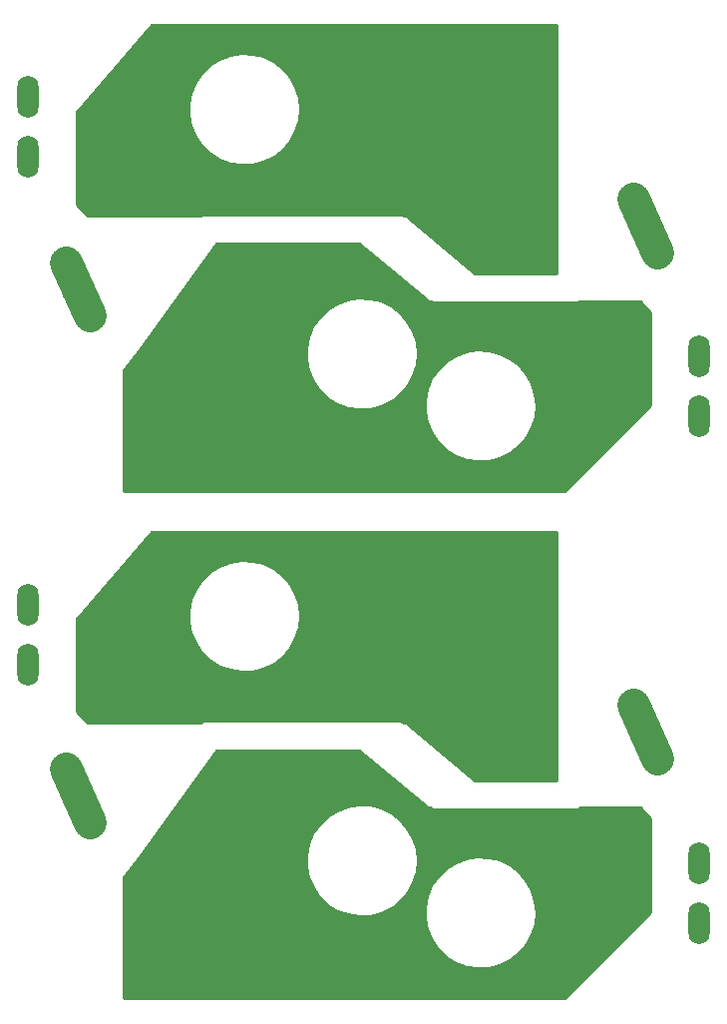
<source format=gbr>
G04 #@! TF.GenerationSoftware,KiCad,Pcbnew,(5.0.0)*
G04 #@! TF.CreationDate,2018-10-11T14:10:44+03:00*
G04 #@! TF.ProjectId,dviguba_plokste,647669677562615F706C6F6B7374652E,rev?*
G04 #@! TF.SameCoordinates,Original*
G04 #@! TF.FileFunction,Copper,L2,Bot,Signal*
G04 #@! TF.FilePolarity,Positive*
%FSLAX46Y46*%
G04 Gerber Fmt 4.6, Leading zero omitted, Abs format (unit mm)*
G04 Created by KiCad (PCBNEW (5.0.0)) date 10/11/18 14:10:44*
%MOMM*%
%LPD*%
G01*
G04 APERTURE LIST*
G04 #@! TA.AperFunction,ComponentPad*
%ADD10C,2.800000*%
G04 #@! TD*
G04 #@! TA.AperFunction,Conductor*
%ADD11C,2.800000*%
G04 #@! TD*
G04 #@! TA.AperFunction,ComponentPad*
%ADD12C,1.998980*%
G04 #@! TD*
G04 #@! TA.AperFunction,ComponentPad*
%ADD13O,1.800000X3.600000*%
G04 #@! TD*
G04 #@! TA.AperFunction,ComponentPad*
%ADD14O,3.600000X1.800000*%
G04 #@! TD*
G04 #@! TA.AperFunction,Conductor*
%ADD15C,0.254000*%
G04 #@! TD*
G04 APERTURE END LIST*
D10*
G04 #@! TO.P,V2,3*
G04 #@! TO.N,Net-(D2-Pad2)*
X129684811Y-72654296D03*
D11*
G04 #@! TD*
G04 #@! TO.N,Net-(D2-Pad2)*
G04 #@! TO.C,V2*
X132639234Y-72133351D02*
X126730388Y-73175241D01*
D10*
G04 #@! TO.P,V2,1*
G04 #@! TO.N,Net-(D1-Pad2)*
X123216375Y-62968774D03*
D11*
G04 #@! TD*
G04 #@! TO.N,Net-(D1-Pad2)*
G04 #@! TO.C,V2*
X124850292Y-60452762D02*
X121582458Y-65484786D01*
D10*
G04 #@! TO.P,V2,2*
G04 #@! TO.N,Net-(D2-Pad1)*
X134430862Y-63693548D03*
D11*
G04 #@! TD*
G04 #@! TO.N,Net-(D2-Pad1)*
G04 #@! TO.C,V2*
X135447704Y-65977412D02*
X133414020Y-61409684D01*
D12*
G04 #@! TO.P,REF\002A\002A,1*
G04 #@! TO.N,Net-(D4-Pad2)*
X106000000Y-123000000D03*
G04 #@! TD*
G04 #@! TO.P,REF\002A\002A,1*
G04 #@! TO.N,Net-(D2-Pad2)*
X106000000Y-80000000D03*
G04 #@! TD*
G04 #@! TO.P,REF\002A\002A,1*
G04 #@! TO.N,Net-(D2-Pad2)*
X104000000Y-72000000D03*
G04 #@! TD*
G04 #@! TO.P,REF\002A\002A,1*
G04 #@! TO.N,Net-(D2-Pad2)*
X102000000Y-69000000D03*
G04 #@! TD*
G04 #@! TO.P,REF\002A\002A,1*
G04 #@! TO.N,Net-(D2-Pad2)*
X100000000Y-73000000D03*
G04 #@! TD*
G04 #@! TO.P,REF\002A\002A,1*
G04 #@! TO.N,Net-(D4-Pad2)*
X104000000Y-115000000D03*
G04 #@! TD*
G04 #@! TO.P,REF\002A\002A,1*
G04 #@! TO.N,Net-(D4-Pad2)*
X102000000Y-112000000D03*
G04 #@! TD*
G04 #@! TO.P,REF\002A\002A,1*
G04 #@! TO.N,Net-(D4-Pad2)*
X100000000Y-116000000D03*
G04 #@! TD*
G04 #@! TO.P,REF\002A\002A,1*
G04 #@! TO.N,Net-(D1-Pad2)*
X117000000Y-60000000D03*
G04 #@! TD*
G04 #@! TO.P,REF\002A\002A,1*
G04 #@! TO.N,Net-(D1-Pad2)*
X121000000Y-60000000D03*
G04 #@! TD*
G04 #@! TO.P,REF\002A\002A,1*
G04 #@! TO.N,Net-(D1-Pad2)*
X118000000Y-64000000D03*
G04 #@! TD*
G04 #@! TO.P,REF\002A\002A,1*
G04 #@! TO.N,Net-(D3-Pad2)*
X121000000Y-103000000D03*
G04 #@! TD*
G04 #@! TO.P,REF\002A\002A,1*
G04 #@! TO.N,Net-(D3-Pad2)*
X118000000Y-107000000D03*
G04 #@! TD*
G04 #@! TO.P,REF\002A\002A,1*
G04 #@! TO.N,Net-(D3-Pad2)*
X117000000Y-103000000D03*
G04 #@! TD*
G04 #@! TO.P,REF\002A\002A,1*
G04 #@! TO.N,Net-(D4-Pad2)*
X106000000Y-111000000D03*
G04 #@! TD*
G04 #@! TO.P,REF\002A\002A,1*
G04 #@! TO.N,Net-(D4-Pad2)*
X117000000Y-116000000D03*
G04 #@! TD*
G04 #@! TO.P,REF\002A\002A,1*
G04 #@! TO.N,Net-(D4-Pad2)*
X126000000Y-127000000D03*
G04 #@! TD*
G04 #@! TO.P,REF\002A\002A,1*
G04 #@! TO.N,Net-(D4-Pad2)*
X112000000Y-124000000D03*
G04 #@! TD*
G04 #@! TO.P,REF\002A\002A,1*
G04 #@! TO.N,Net-(D4-Pad2)*
X115000000Y-127000000D03*
G04 #@! TD*
G04 #@! TO.P,REF\002A\002A,1*
G04 #@! TO.N,Net-(D4-Pad2)*
X108000000Y-127000000D03*
G04 #@! TD*
G04 #@! TO.P,REF\002A\002A,1*
G04 #@! TO.N,Net-(D2-Pad2)*
X126000000Y-84000000D03*
G04 #@! TD*
G04 #@! TO.P,REF\002A\002A,1*
G04 #@! TO.N,Net-(D2-Pad2)*
X117000000Y-73000000D03*
G04 #@! TD*
G04 #@! TO.P,REF\002A\002A,1*
G04 #@! TO.N,Net-(D2-Pad2)*
X112000000Y-81000000D03*
G04 #@! TD*
G04 #@! TO.P,REF\002A\002A,1*
G04 #@! TO.N,Net-(D2-Pad2)*
X115000000Y-84000000D03*
G04 #@! TD*
G04 #@! TO.P,REF\002A\002A,1*
G04 #@! TO.N,Net-(D2-Pad2)*
X108000000Y-84000000D03*
G04 #@! TD*
G04 #@! TO.P,REF\002A\002A,1*
G04 #@! TO.N,Net-(D2-Pad2)*
X106000000Y-68000000D03*
G04 #@! TD*
G04 #@! TO.P,REF\002A\002A,1*
G04 #@! TO.N,Net-(D3-Pad2)*
X98000000Y-103000000D03*
G04 #@! TD*
G04 #@! TO.P,REF\002A\002A,1*
G04 #@! TO.N,Net-(D3-Pad2)*
X110000000Y-99000000D03*
G04 #@! TD*
G04 #@! TO.P,REF\002A\002A,1*
G04 #@! TO.N,Net-(D3-Pad2)*
X106000000Y-99000000D03*
G04 #@! TD*
G04 #@! TO.P,REF\002A\002A,1*
G04 #@! TO.N,Net-(D3-Pad2)*
X108000000Y-96000000D03*
G04 #@! TD*
G04 #@! TO.P,REF\002A\002A,1*
G04 #@! TO.N,Net-(D3-Pad2)*
X110000000Y-92000000D03*
G04 #@! TD*
G04 #@! TO.P,REF\002A\002A,1*
G04 #@! TO.N,Net-(D3-Pad2)*
X105000000Y-92000000D03*
G04 #@! TD*
G04 #@! TO.P,REF\002A\002A,1*
G04 #@! TO.N,Net-(D3-Pad2)*
X96000000Y-92000000D03*
G04 #@! TD*
G04 #@! TO.P,REF\002A\002A,1*
G04 #@! TO.N,Net-(D1-Pad2)*
X98000000Y-60000000D03*
G04 #@! TD*
G04 #@! TO.P,REF\002A\002A,1*
G04 #@! TO.N,Net-(D1-Pad2)*
X96000000Y-49000000D03*
G04 #@! TD*
G04 #@! TO.P,REF\002A\002A,1*
G04 #@! TO.N,Net-(D1-Pad2)*
X110000000Y-56000000D03*
G04 #@! TD*
G04 #@! TO.P,REF\002A\002A,1*
G04 #@! TO.N,Net-(D1-Pad2)*
X106000000Y-56000000D03*
G04 #@! TD*
G04 #@! TO.P,REF\002A\002A,1*
G04 #@! TO.N,Net-(D1-Pad2)*
X108000000Y-53000000D03*
G04 #@! TD*
G04 #@! TO.P,REF\002A\002A,1*
G04 #@! TO.N,Net-(D1-Pad2)*
X110000000Y-49000000D03*
G04 #@! TD*
G04 #@! TO.P,REF\002A\002A,1*
G04 #@! TO.N,Net-(D1-Pad2)*
X105000000Y-49000000D03*
G04 #@! TD*
D10*
G04 #@! TO.P,X1,1*
G04 #@! TO.N,Net-(D4-Pad2)*
X93000000Y-120000000D03*
X98000000Y-120000000D03*
X103000000Y-120000000D03*
X93000000Y-127100000D03*
X98000000Y-127100000D03*
X103000000Y-127100000D03*
G04 #@! TD*
G04 #@! TO.P,X2,1*
G04 #@! TO.N,Net-(D3-Pad2)*
X114000000Y-91900000D03*
X119000000Y-91900000D03*
X124000000Y-91900000D03*
X114000000Y-99000000D03*
X119000000Y-99000000D03*
X124000000Y-99000000D03*
G04 #@! TD*
G04 #@! TO.P,X4,1*
G04 #@! TO.N,Net-(D2-Pad2)*
X93100000Y-76700000D03*
X98100000Y-76700000D03*
X103100000Y-76700000D03*
X93100000Y-83800000D03*
X98100000Y-83800000D03*
X103100000Y-83800000D03*
G04 #@! TD*
G04 #@! TO.P,X5,1*
G04 #@! TO.N,Net-(D1-Pad2)*
X114000000Y-48900000D03*
X119000000Y-48900000D03*
X124000000Y-48900000D03*
X114000000Y-56000000D03*
X119000000Y-56000000D03*
X124000000Y-56000000D03*
G04 #@! TD*
G04 #@! TO.P,V1,3*
G04 #@! TO.N,Net-(D1-Pad2)*
X91015189Y-60145704D03*
D11*
G04 #@! TD*
G04 #@! TO.N,Net-(D1-Pad2)*
G04 #@! TO.C,V1*
X88060766Y-60666649D02*
X93969612Y-59624759D01*
D10*
G04 #@! TO.P,V1,1*
G04 #@! TO.N,Net-(D2-Pad2)*
X97483625Y-69831226D03*
D11*
G04 #@! TD*
G04 #@! TO.N,Net-(D2-Pad2)*
G04 #@! TO.C,V1*
X95849708Y-72347238D02*
X99117542Y-67315214D01*
D10*
G04 #@! TO.P,V1,2*
G04 #@! TO.N,Net-(D1-Pad1)*
X86269138Y-69106452D03*
D11*
G04 #@! TD*
G04 #@! TO.N,Net-(D1-Pad1)*
G04 #@! TO.C,V1*
X85252296Y-66822588D02*
X87285980Y-71390316D01*
D10*
G04 #@! TO.P,V3,2*
G04 #@! TO.N,Net-(D3-Pad1)*
X86269138Y-112106452D03*
D11*
G04 #@! TD*
G04 #@! TO.N,Net-(D3-Pad1)*
G04 #@! TO.C,V3*
X85252296Y-109822588D02*
X87285980Y-114390316D01*
D10*
G04 #@! TO.P,V3,1*
G04 #@! TO.N,Net-(D4-Pad2)*
X97483625Y-112831226D03*
D11*
G04 #@! TD*
G04 #@! TO.N,Net-(D4-Pad2)*
G04 #@! TO.C,V3*
X95849708Y-115347238D02*
X99117542Y-110315214D01*
D10*
G04 #@! TO.P,V3,3*
G04 #@! TO.N,Net-(D3-Pad2)*
X91015189Y-103145704D03*
D11*
G04 #@! TD*
G04 #@! TO.N,Net-(D3-Pad2)*
G04 #@! TO.C,V3*
X88060766Y-103666649D02*
X93969612Y-102624759D01*
D10*
G04 #@! TO.P,V4,2*
G04 #@! TO.N,Net-(D4-Pad1)*
X134430862Y-106693548D03*
D11*
G04 #@! TD*
G04 #@! TO.N,Net-(D4-Pad1)*
G04 #@! TO.C,V4*
X135447704Y-108977412D02*
X133414020Y-104409684D01*
D10*
G04 #@! TO.P,V4,1*
G04 #@! TO.N,Net-(D3-Pad2)*
X123216375Y-105968774D03*
D11*
G04 #@! TD*
G04 #@! TO.N,Net-(D3-Pad2)*
G04 #@! TO.C,V4*
X124850292Y-103452762D02*
X121582458Y-108484786D01*
D10*
G04 #@! TO.P,V4,3*
G04 #@! TO.N,Net-(D4-Pad2)*
X129684811Y-115654296D03*
D11*
G04 #@! TD*
G04 #@! TO.N,Net-(D4-Pad2)*
G04 #@! TO.C,V4*
X132639234Y-115133351D02*
X126730388Y-116175241D01*
D13*
G04 #@! TO.P,X7,1*
G04 #@! TO.N,/CTRL3B*
X139000000Y-122940000D03*
X139000000Y-117860000D03*
G04 #@! TD*
D14*
G04 #@! TO.P,X12,1*
G04 #@! TO.N,Net-(D3-Pad2)*
X110000000Y-102800000D03*
X104920000Y-102800000D03*
G04 #@! TD*
D13*
G04 #@! TO.P,X14,1*
G04 #@! TO.N,/CTRL1B*
X139000000Y-74860000D03*
X139000000Y-79940000D03*
G04 #@! TD*
D14*
G04 #@! TO.P,X26,1*
G04 #@! TO.N,Net-(D1-Pad2)*
X104920000Y-59800000D03*
X110000000Y-59800000D03*
G04 #@! TD*
D13*
G04 #@! TO.P,X17,1*
G04 #@! TO.N,/CTRL1A*
X82000000Y-52800000D03*
X82000000Y-57880000D03*
G04 #@! TD*
G04 #@! TO.P,X9,1*
G04 #@! TO.N,/CTRL3A*
X82000000Y-95920000D03*
X82000000Y-101000000D03*
G04 #@! TD*
D15*
G04 #@! TO.N,Net-(D1-Pad2)*
G36*
X126873000Y-67765000D02*
X119916380Y-67765000D01*
X114081303Y-62902436D01*
X114037778Y-62878749D01*
X114000000Y-62873000D01*
X113884592Y-62873000D01*
X113786783Y-62807646D01*
X113572388Y-62765000D01*
X113500000Y-62750601D01*
X113427612Y-62765000D01*
X97072388Y-62765000D01*
X97000000Y-62750601D01*
X96927612Y-62765000D01*
X96713217Y-62807646D01*
X96615408Y-62873000D01*
X87052606Y-62873000D01*
X86127000Y-61947394D01*
X86127000Y-54047718D01*
X86714759Y-53375993D01*
X95627694Y-53375993D01*
X95631048Y-54337033D01*
X95827578Y-55277769D01*
X96209256Y-56159773D01*
X96760489Y-56947015D01*
X97458760Y-57607337D01*
X98275545Y-58113766D01*
X99177480Y-58445613D01*
X100127719Y-58589323D01*
X101087448Y-58539026D01*
X102017460Y-58296776D01*
X102879766Y-57872469D01*
X103639141Y-57283437D01*
X104264564Y-56553743D01*
X104730489Y-55713194D01*
X105017880Y-54796126D01*
X105115000Y-53840000D01*
X105114884Y-53806804D01*
X105011092Y-52851380D01*
X104717305Y-51936340D01*
X104245524Y-51099064D01*
X103615021Y-50373754D01*
X102851553Y-49790038D01*
X101986306Y-49371762D01*
X101054625Y-49136010D01*
X100094569Y-49092414D01*
X99145355Y-49242755D01*
X98245760Y-49580891D01*
X97432530Y-50093009D01*
X96738885Y-50758190D01*
X96193162Y-51549261D01*
X95817651Y-52433908D01*
X95627694Y-53375993D01*
X86714759Y-53375993D01*
X92525628Y-46735000D01*
X126873000Y-46735000D01*
X126873000Y-67765000D01*
X126873000Y-67765000D01*
G37*
X126873000Y-67765000D02*
X119916380Y-67765000D01*
X114081303Y-62902436D01*
X114037778Y-62878749D01*
X114000000Y-62873000D01*
X113884592Y-62873000D01*
X113786783Y-62807646D01*
X113572388Y-62765000D01*
X113500000Y-62750601D01*
X113427612Y-62765000D01*
X97072388Y-62765000D01*
X97000000Y-62750601D01*
X96927612Y-62765000D01*
X96713217Y-62807646D01*
X96615408Y-62873000D01*
X87052606Y-62873000D01*
X86127000Y-61947394D01*
X86127000Y-54047718D01*
X86714759Y-53375993D01*
X95627694Y-53375993D01*
X95631048Y-54337033D01*
X95827578Y-55277769D01*
X96209256Y-56159773D01*
X96760489Y-56947015D01*
X97458760Y-57607337D01*
X98275545Y-58113766D01*
X99177480Y-58445613D01*
X100127719Y-58589323D01*
X101087448Y-58539026D01*
X102017460Y-58296776D01*
X102879766Y-57872469D01*
X103639141Y-57283437D01*
X104264564Y-56553743D01*
X104730489Y-55713194D01*
X105017880Y-54796126D01*
X105115000Y-53840000D01*
X105114884Y-53806804D01*
X105011092Y-52851380D01*
X104717305Y-51936340D01*
X104245524Y-51099064D01*
X103615021Y-50373754D01*
X102851553Y-49790038D01*
X101986306Y-49371762D01*
X101054625Y-49136010D01*
X100094569Y-49092414D01*
X99145355Y-49242755D01*
X98245760Y-49580891D01*
X97432530Y-50093009D01*
X96738885Y-50758190D01*
X96193162Y-51549261D01*
X95817651Y-52433908D01*
X95627694Y-53375993D01*
X86714759Y-53375993D01*
X92525628Y-46735000D01*
X126873000Y-46735000D01*
X126873000Y-67765000D01*
G04 #@! TO.N,Net-(D2-Pad2)*
G36*
X115918697Y-70097564D02*
X115962222Y-70121251D01*
X116000000Y-70127000D01*
X116115408Y-70127000D01*
X116213217Y-70192354D01*
X116500000Y-70249399D01*
X116572388Y-70235000D01*
X128427612Y-70235000D01*
X128500000Y-70249399D01*
X128572388Y-70235000D01*
X128786783Y-70192354D01*
X128884592Y-70127000D01*
X133947394Y-70127000D01*
X134873000Y-71052606D01*
X134873000Y-78947394D01*
X127555394Y-86265000D01*
X90127000Y-86265000D01*
X90127000Y-76041298D01*
X91527221Y-74115993D01*
X105597694Y-74115993D01*
X105601048Y-75077033D01*
X105797578Y-76017769D01*
X106179256Y-76899773D01*
X106730489Y-77687015D01*
X107428760Y-78347337D01*
X108245545Y-78853766D01*
X109147480Y-79185613D01*
X110097719Y-79329323D01*
X111057448Y-79279026D01*
X111987460Y-79036776D01*
X112849766Y-78612469D01*
X112948358Y-78535993D01*
X115667694Y-78535993D01*
X115671048Y-79497033D01*
X115867578Y-80437769D01*
X116249256Y-81319773D01*
X116800489Y-82107015D01*
X117498760Y-82767337D01*
X118315545Y-83273766D01*
X119217480Y-83605613D01*
X120167719Y-83749323D01*
X121127448Y-83699026D01*
X122057460Y-83456776D01*
X122919766Y-83032469D01*
X123679141Y-82443437D01*
X124304564Y-81713743D01*
X124770489Y-80873194D01*
X125057880Y-79956126D01*
X125155000Y-79000000D01*
X125154884Y-78966804D01*
X125051092Y-78011380D01*
X124757305Y-77096340D01*
X124285524Y-76259064D01*
X123655021Y-75533754D01*
X122891553Y-74950038D01*
X122026306Y-74531762D01*
X121094625Y-74296010D01*
X120134569Y-74252414D01*
X119185355Y-74402755D01*
X118285760Y-74740891D01*
X117472530Y-75253009D01*
X116778885Y-75918190D01*
X116233162Y-76709261D01*
X115857651Y-77593908D01*
X115667694Y-78535993D01*
X112948358Y-78535993D01*
X113609141Y-78023437D01*
X114234564Y-77293743D01*
X114700489Y-76453194D01*
X114987880Y-75536126D01*
X115085000Y-74580000D01*
X115084884Y-74546804D01*
X114981092Y-73591380D01*
X114687305Y-72676340D01*
X114215524Y-71839064D01*
X113585021Y-71113754D01*
X112821553Y-70530038D01*
X111956306Y-70111762D01*
X111024625Y-69876010D01*
X110064569Y-69832414D01*
X109115355Y-69982755D01*
X108215760Y-70320891D01*
X107402530Y-70833009D01*
X106708885Y-71498190D01*
X106163162Y-72289261D01*
X105787651Y-73173908D01*
X105597694Y-74115993D01*
X91527221Y-74115993D01*
X97986126Y-65235000D01*
X110083620Y-65235000D01*
X115918697Y-70097564D01*
X115918697Y-70097564D01*
G37*
X115918697Y-70097564D02*
X115962222Y-70121251D01*
X116000000Y-70127000D01*
X116115408Y-70127000D01*
X116213217Y-70192354D01*
X116500000Y-70249399D01*
X116572388Y-70235000D01*
X128427612Y-70235000D01*
X128500000Y-70249399D01*
X128572388Y-70235000D01*
X128786783Y-70192354D01*
X128884592Y-70127000D01*
X133947394Y-70127000D01*
X134873000Y-71052606D01*
X134873000Y-78947394D01*
X127555394Y-86265000D01*
X90127000Y-86265000D01*
X90127000Y-76041298D01*
X91527221Y-74115993D01*
X105597694Y-74115993D01*
X105601048Y-75077033D01*
X105797578Y-76017769D01*
X106179256Y-76899773D01*
X106730489Y-77687015D01*
X107428760Y-78347337D01*
X108245545Y-78853766D01*
X109147480Y-79185613D01*
X110097719Y-79329323D01*
X111057448Y-79279026D01*
X111987460Y-79036776D01*
X112849766Y-78612469D01*
X112948358Y-78535993D01*
X115667694Y-78535993D01*
X115671048Y-79497033D01*
X115867578Y-80437769D01*
X116249256Y-81319773D01*
X116800489Y-82107015D01*
X117498760Y-82767337D01*
X118315545Y-83273766D01*
X119217480Y-83605613D01*
X120167719Y-83749323D01*
X121127448Y-83699026D01*
X122057460Y-83456776D01*
X122919766Y-83032469D01*
X123679141Y-82443437D01*
X124304564Y-81713743D01*
X124770489Y-80873194D01*
X125057880Y-79956126D01*
X125155000Y-79000000D01*
X125154884Y-78966804D01*
X125051092Y-78011380D01*
X124757305Y-77096340D01*
X124285524Y-76259064D01*
X123655021Y-75533754D01*
X122891553Y-74950038D01*
X122026306Y-74531762D01*
X121094625Y-74296010D01*
X120134569Y-74252414D01*
X119185355Y-74402755D01*
X118285760Y-74740891D01*
X117472530Y-75253009D01*
X116778885Y-75918190D01*
X116233162Y-76709261D01*
X115857651Y-77593908D01*
X115667694Y-78535993D01*
X112948358Y-78535993D01*
X113609141Y-78023437D01*
X114234564Y-77293743D01*
X114700489Y-76453194D01*
X114987880Y-75536126D01*
X115085000Y-74580000D01*
X115084884Y-74546804D01*
X114981092Y-73591380D01*
X114687305Y-72676340D01*
X114215524Y-71839064D01*
X113585021Y-71113754D01*
X112821553Y-70530038D01*
X111956306Y-70111762D01*
X111024625Y-69876010D01*
X110064569Y-69832414D01*
X109115355Y-69982755D01*
X108215760Y-70320891D01*
X107402530Y-70833009D01*
X106708885Y-71498190D01*
X106163162Y-72289261D01*
X105787651Y-73173908D01*
X105597694Y-74115993D01*
X91527221Y-74115993D01*
X97986126Y-65235000D01*
X110083620Y-65235000D01*
X115918697Y-70097564D01*
G04 #@! TO.N,Net-(D3-Pad2)*
G36*
X126873000Y-110765000D02*
X119916380Y-110765000D01*
X114081303Y-105902436D01*
X114037778Y-105878749D01*
X114000000Y-105873000D01*
X113884592Y-105873000D01*
X113786783Y-105807646D01*
X113572388Y-105765000D01*
X113500000Y-105750601D01*
X113427612Y-105765000D01*
X97072388Y-105765000D01*
X97000000Y-105750601D01*
X96927612Y-105765000D01*
X96713217Y-105807646D01*
X96615408Y-105873000D01*
X87052606Y-105873000D01*
X86127000Y-104947394D01*
X86127000Y-97047718D01*
X86714759Y-96375993D01*
X95627694Y-96375993D01*
X95631048Y-97337033D01*
X95827578Y-98277769D01*
X96209256Y-99159773D01*
X96760489Y-99947015D01*
X97458760Y-100607337D01*
X98275545Y-101113766D01*
X99177480Y-101445613D01*
X100127719Y-101589323D01*
X101087448Y-101539026D01*
X102017460Y-101296776D01*
X102879766Y-100872469D01*
X103639141Y-100283437D01*
X104264564Y-99553743D01*
X104730489Y-98713194D01*
X105017880Y-97796126D01*
X105115000Y-96840000D01*
X105114884Y-96806804D01*
X105011092Y-95851380D01*
X104717305Y-94936340D01*
X104245524Y-94099064D01*
X103615021Y-93373754D01*
X102851553Y-92790038D01*
X101986306Y-92371762D01*
X101054625Y-92136010D01*
X100094569Y-92092414D01*
X99145355Y-92242755D01*
X98245760Y-92580891D01*
X97432530Y-93093009D01*
X96738885Y-93758190D01*
X96193162Y-94549261D01*
X95817651Y-95433908D01*
X95627694Y-96375993D01*
X86714759Y-96375993D01*
X92525628Y-89735000D01*
X126873000Y-89735000D01*
X126873000Y-110765000D01*
X126873000Y-110765000D01*
G37*
X126873000Y-110765000D02*
X119916380Y-110765000D01*
X114081303Y-105902436D01*
X114037778Y-105878749D01*
X114000000Y-105873000D01*
X113884592Y-105873000D01*
X113786783Y-105807646D01*
X113572388Y-105765000D01*
X113500000Y-105750601D01*
X113427612Y-105765000D01*
X97072388Y-105765000D01*
X97000000Y-105750601D01*
X96927612Y-105765000D01*
X96713217Y-105807646D01*
X96615408Y-105873000D01*
X87052606Y-105873000D01*
X86127000Y-104947394D01*
X86127000Y-97047718D01*
X86714759Y-96375993D01*
X95627694Y-96375993D01*
X95631048Y-97337033D01*
X95827578Y-98277769D01*
X96209256Y-99159773D01*
X96760489Y-99947015D01*
X97458760Y-100607337D01*
X98275545Y-101113766D01*
X99177480Y-101445613D01*
X100127719Y-101589323D01*
X101087448Y-101539026D01*
X102017460Y-101296776D01*
X102879766Y-100872469D01*
X103639141Y-100283437D01*
X104264564Y-99553743D01*
X104730489Y-98713194D01*
X105017880Y-97796126D01*
X105115000Y-96840000D01*
X105114884Y-96806804D01*
X105011092Y-95851380D01*
X104717305Y-94936340D01*
X104245524Y-94099064D01*
X103615021Y-93373754D01*
X102851553Y-92790038D01*
X101986306Y-92371762D01*
X101054625Y-92136010D01*
X100094569Y-92092414D01*
X99145355Y-92242755D01*
X98245760Y-92580891D01*
X97432530Y-93093009D01*
X96738885Y-93758190D01*
X96193162Y-94549261D01*
X95817651Y-95433908D01*
X95627694Y-96375993D01*
X86714759Y-96375993D01*
X92525628Y-89735000D01*
X126873000Y-89735000D01*
X126873000Y-110765000D01*
G04 #@! TO.N,Net-(D4-Pad2)*
G36*
X115918697Y-113097564D02*
X115962222Y-113121251D01*
X116000000Y-113127000D01*
X116115408Y-113127000D01*
X116213217Y-113192354D01*
X116500000Y-113249399D01*
X116572388Y-113235000D01*
X128427612Y-113235000D01*
X128500000Y-113249399D01*
X128572388Y-113235000D01*
X128786783Y-113192354D01*
X128884592Y-113127000D01*
X133947394Y-113127000D01*
X134873000Y-114052606D01*
X134873000Y-121947394D01*
X127555394Y-129265000D01*
X90127000Y-129265000D01*
X90127000Y-119041298D01*
X91527221Y-117115993D01*
X105597694Y-117115993D01*
X105601048Y-118077033D01*
X105797578Y-119017769D01*
X106179256Y-119899773D01*
X106730489Y-120687015D01*
X107428760Y-121347337D01*
X108245545Y-121853766D01*
X109147480Y-122185613D01*
X110097719Y-122329323D01*
X111057448Y-122279026D01*
X111987460Y-122036776D01*
X112849766Y-121612469D01*
X112948358Y-121535993D01*
X115667694Y-121535993D01*
X115671048Y-122497033D01*
X115867578Y-123437769D01*
X116249256Y-124319773D01*
X116800489Y-125107015D01*
X117498760Y-125767337D01*
X118315545Y-126273766D01*
X119217480Y-126605613D01*
X120167719Y-126749323D01*
X121127448Y-126699026D01*
X122057460Y-126456776D01*
X122919766Y-126032469D01*
X123679141Y-125443437D01*
X124304564Y-124713743D01*
X124770489Y-123873194D01*
X125057880Y-122956126D01*
X125155000Y-122000000D01*
X125154884Y-121966804D01*
X125051092Y-121011380D01*
X124757305Y-120096340D01*
X124285524Y-119259064D01*
X123655021Y-118533754D01*
X122891553Y-117950038D01*
X122026306Y-117531762D01*
X121094625Y-117296010D01*
X120134569Y-117252414D01*
X119185355Y-117402755D01*
X118285760Y-117740891D01*
X117472530Y-118253009D01*
X116778885Y-118918190D01*
X116233162Y-119709261D01*
X115857651Y-120593908D01*
X115667694Y-121535993D01*
X112948358Y-121535993D01*
X113609141Y-121023437D01*
X114234564Y-120293743D01*
X114700489Y-119453194D01*
X114987880Y-118536126D01*
X115085000Y-117580000D01*
X115084884Y-117546804D01*
X114981092Y-116591380D01*
X114687305Y-115676340D01*
X114215524Y-114839064D01*
X113585021Y-114113754D01*
X112821553Y-113530038D01*
X111956306Y-113111762D01*
X111024625Y-112876010D01*
X110064569Y-112832414D01*
X109115355Y-112982755D01*
X108215760Y-113320891D01*
X107402530Y-113833009D01*
X106708885Y-114498190D01*
X106163162Y-115289261D01*
X105787651Y-116173908D01*
X105597694Y-117115993D01*
X91527221Y-117115993D01*
X97986126Y-108235000D01*
X110083620Y-108235000D01*
X115918697Y-113097564D01*
X115918697Y-113097564D01*
G37*
X115918697Y-113097564D02*
X115962222Y-113121251D01*
X116000000Y-113127000D01*
X116115408Y-113127000D01*
X116213217Y-113192354D01*
X116500000Y-113249399D01*
X116572388Y-113235000D01*
X128427612Y-113235000D01*
X128500000Y-113249399D01*
X128572388Y-113235000D01*
X128786783Y-113192354D01*
X128884592Y-113127000D01*
X133947394Y-113127000D01*
X134873000Y-114052606D01*
X134873000Y-121947394D01*
X127555394Y-129265000D01*
X90127000Y-129265000D01*
X90127000Y-119041298D01*
X91527221Y-117115993D01*
X105597694Y-117115993D01*
X105601048Y-118077033D01*
X105797578Y-119017769D01*
X106179256Y-119899773D01*
X106730489Y-120687015D01*
X107428760Y-121347337D01*
X108245545Y-121853766D01*
X109147480Y-122185613D01*
X110097719Y-122329323D01*
X111057448Y-122279026D01*
X111987460Y-122036776D01*
X112849766Y-121612469D01*
X112948358Y-121535993D01*
X115667694Y-121535993D01*
X115671048Y-122497033D01*
X115867578Y-123437769D01*
X116249256Y-124319773D01*
X116800489Y-125107015D01*
X117498760Y-125767337D01*
X118315545Y-126273766D01*
X119217480Y-126605613D01*
X120167719Y-126749323D01*
X121127448Y-126699026D01*
X122057460Y-126456776D01*
X122919766Y-126032469D01*
X123679141Y-125443437D01*
X124304564Y-124713743D01*
X124770489Y-123873194D01*
X125057880Y-122956126D01*
X125155000Y-122000000D01*
X125154884Y-121966804D01*
X125051092Y-121011380D01*
X124757305Y-120096340D01*
X124285524Y-119259064D01*
X123655021Y-118533754D01*
X122891553Y-117950038D01*
X122026306Y-117531762D01*
X121094625Y-117296010D01*
X120134569Y-117252414D01*
X119185355Y-117402755D01*
X118285760Y-117740891D01*
X117472530Y-118253009D01*
X116778885Y-118918190D01*
X116233162Y-119709261D01*
X115857651Y-120593908D01*
X115667694Y-121535993D01*
X112948358Y-121535993D01*
X113609141Y-121023437D01*
X114234564Y-120293743D01*
X114700489Y-119453194D01*
X114987880Y-118536126D01*
X115085000Y-117580000D01*
X115084884Y-117546804D01*
X114981092Y-116591380D01*
X114687305Y-115676340D01*
X114215524Y-114839064D01*
X113585021Y-114113754D01*
X112821553Y-113530038D01*
X111956306Y-113111762D01*
X111024625Y-112876010D01*
X110064569Y-112832414D01*
X109115355Y-112982755D01*
X108215760Y-113320891D01*
X107402530Y-113833009D01*
X106708885Y-114498190D01*
X106163162Y-115289261D01*
X105787651Y-116173908D01*
X105597694Y-117115993D01*
X91527221Y-117115993D01*
X97986126Y-108235000D01*
X110083620Y-108235000D01*
X115918697Y-113097564D01*
G04 #@! TD*
M02*

</source>
